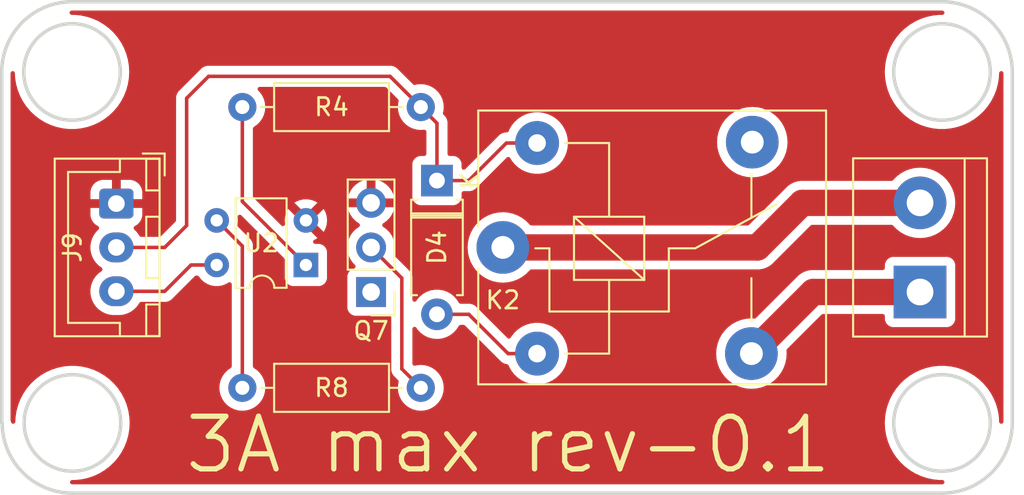
<source format=kicad_pcb>
(kicad_pcb (version 20240108) (generator "pcbnew") (generator_version "8.0")
  (layers (0 "F.Cu" signal) (31 "B.Cu" signal) (34 "B.Paste" user) (35 "F.Paste" user) (36 "B.SilkS" user "B.Silkscreen") (37 "F.SilkS" user "F.Silkscreen") (38 "B.Mask" user) (39 "F.Mask" user) (44 "Edge.Cuts" user))
  (net 0 "")
  (net 1 "Net-(D4-K)")
  (net 2 "Net-(D4-A)")
  (net 3 "Net-(J1-RIGHT_LIGHT_OUTPUT2-Pin_1)")
  (net 4 "Net-(J1-RIGHT_LIGHT_OUTPUT2-Pin_2)")
  (net 5 "Net-(J9-Pin_3)")
  (net 6 "GNDREF")
  (net 7 "Net-(Q7-B)")
  (net 8 "Net-(U2-A)")
  (net 9 "Net-(R8-Pad2)")
  (footprint "Diode_THT:D_A-405_P7.62mm_Horizontal" (layer "F.Cu") (at 107.75 86.44 -90)
    (property "Reference" "D4" (at 3.81 0 90) (layer "F.SilkS"))
    (property "Value" "D")
    (fp_line (start 1.09 1.47) (end 6.53 1.47) (stroke (width 0.12)) (layer "F.SilkS"))
    (fp_line (start 6.53 1.47) (end 6.53 1.14) (stroke (width 0.12)) (layer "F.SilkS"))
    (fp_line (start 1.09 1.14) (end 1.09 1.47) (stroke (width 0.12)) (layer "F.SilkS"))
    (fp_line (start 1.09 -1.14) (end 1.09 -1.47) (stroke (width 0.12)) (layer "F.SilkS"))
    (fp_line (start 1.09 -1.47) (end 6.53 -1.47) (stroke (width 0.12)) (layer "F.SilkS"))
    (fp_line (start 1.87 -1.47) (end 1.87 1.47) (stroke (width 0.12)) (layer "F.SilkS"))
    (fp_line (start 1.99 -1.47) (end 1.99 1.47) (stroke (width 0.12)) (layer "F.SilkS"))
    (fp_line (start 2.11 -1.47) (end 2.11 1.47) (stroke (width 0.12)) (layer "F.SilkS"))
    (fp_line (start 6.53 -1.47) (end 6.53 -1.14) (stroke (width 0.12)) (layer "F.SilkS"))
    (fp_text user "K" (at 0 -1.9 90) (layer "F.SilkS"))
    (pad "1" thru_hole rect (at 0 0 270) (size 1.8 1.8) (drill 0.9) (layers "*.Cu" "*.Mask") (net 1 "Net-(D4-K)"))
    (pad "2" thru_hole oval (at 7.62 0 270) (size 1.8 1.8) (drill 0.9) (layers "*.Cu" "*.Mask") (net 2 "Net-(D4-A)"))
  )
  (footprint "Connector_JST:JST_XH_B3B-XH-A_1x03_P2.50mm_Vertical" (layer "F.Cu") (at 89.5 87.75 -90)
    (property "Reference" "J9" (at 2.5 2.5 90) (layer "F.SilkS"))
    (property "Value" "Conn_01x03")
    (fp_line (start -2.56 3.51) (end 7.56 3.51) (stroke (width 0.12)) (layer "F.SilkS"))
    (fp_line (start 7.56 3.51) (end 7.56 -2.46) (stroke (width 0.12)) (layer "F.SilkS"))
    (fp_line (start -1.8 2.75) (end 2.5 2.75) (stroke (width 0.12)) (layer "F.SilkS"))
    (fp_line (start 6.8 2.75) (end 2.5 2.75) (stroke (width 0.12)) (layer "F.SilkS"))
    (fp_line (start -2.55 -0.2) (end -1.8 -0.2) (stroke (width 0.12)) (layer "F.SilkS"))
    (fp_line (start -1.8 -0.2) (end -1.8 2.75) (stroke (width 0.12)) (layer "F.SilkS"))
    (fp_line (start 6.8 -0.2) (end 6.8 2.75) (stroke (width 0.12)) (layer "F.SilkS"))
    (fp_line (start 7.55 -0.2) (end 6.8 -0.2) (stroke (width 0.12)) (layer "F.SilkS"))
    (fp_line (start -2.55 -1.7) (end -0.75 -1.7) (stroke (width 0.12)) (layer "F.SilkS"))
    (fp_line (start -0.75 -1.7) (end -0.75 -2.45) (stroke (width 0.12)) (layer "F.SilkS"))
    (fp_line (start 0.75 -1.7) (end 4.25 -1.7) (stroke (width 0.12)) (layer "F.SilkS"))
    (fp_line (start 4.25 -1.7) (end 4.25 -2.45) (stroke (width 0.12)) (layer "F.SilkS"))
    (fp_line (start 5.75 -1.7) (end 7.55 -1.7) (stroke (width 0.12)) (layer "F.SilkS"))
    (fp_line (start 7.55 -1.7) (end 7.55 -2.45) (stroke (width 0.12)) (layer "F.SilkS"))
    (fp_line (start -2.55 -2.45) (end -2.55 -1.7) (stroke (width 0.12)) (layer "F.SilkS"))
    (fp_line (start -0.75 -2.45) (end -2.55 -2.45) (stroke (width 0.12)) (layer "F.SilkS"))
    (fp_line (start 0.75 -2.45) (end 0.75 -1.7) (stroke (width 0.12)) (layer "F.SilkS"))
    (fp_line (start 4.25 -2.45) (end 0.75 -2.45) (stroke (width 0.12)) (layer "F.SilkS"))
    (fp_line (start 5.75 -2.45) (end 5.75 -1.7) (stroke (width 0.12)) (layer "F.SilkS"))
    (fp_line (start 7.55 -2.45) (end 5.75 -2.45) (stroke (width 0.12)) (layer "F.SilkS"))
    (fp_line (start -2.56 -2.46) (end -2.56 3.51) (stroke (width 0.12)) (layer "F.SilkS"))
    (fp_line (start 7.56 -2.46) (end -2.56 -2.46) (stroke (width 0.12)) (layer "F.SilkS"))
    (fp_line (start -2.85 -2.75) (end -2.85 -1.5) (stroke (width 0.12)) (layer "F.SilkS"))
    (fp_line (start -1.6 -2.75) (end -2.85 -2.75) (stroke (width 0.12)) (layer "F.SilkS"))
    (pad "1" thru_hole roundrect (at 0 0 270) (size 1.7 1.95) (drill 0.95) (layers "*.Cu" "*.Mask") (roundrect_rratio 0.147059) (net 6 "GNDREF"))
    (pad "2" thru_hole oval (at 2.5 0 270) (size 1.7 1.95) (drill 0.95) (layers "*.Cu" "*.Mask") (net 1 "Net-(D4-K)"))
    (pad "3" thru_hole oval (at 5 0 270) (size 1.7 1.95) (drill 0.95) (layers "*.Cu" "*.Mask") (net 5 "Net-(J9-Pin_3)"))
  )
  (footprint "Relay_THT:Relay_SPDT_SANYOU_SRD_Series_Form_C" (layer "F.Cu") (at 111.5 90.25)
    (property "Reference" "K2" (at 0 3 0) (layer "F.SilkS"))
    (property "Value" "SANYOU_SRD_Form_A")
    (fp_line (start -1.4 -7.8) (end -1.4 -1.2) (stroke (width 0.12)) (layer "F.SilkS"))
    (fp_line (start -1.4 -7.8) (end 18.4 -7.8) (stroke (width 0.12)) (layer "F.SilkS"))
    (fp_line (start -1.4 1.2) (end -1.4 7.8) (stroke (width 0.12)) (layer "F.SilkS"))
    (fp_line (start 2.65 0.05) (end 1.85 0.05) (stroke (width 0.12)) (layer "F.SilkS"))
    (fp_line (start 2.65 0.05) (end 2.65 3.65) (stroke (width 0.12)) (layer "F.SilkS"))
    (fp_line (start 3.55 6.05) (end 6.05 6.05) (stroke (width 0.12)) (layer "F.SilkS"))
    (fp_line (start 4.05 -1.75) (end 8.05 -1.75) (stroke (width 0.12)) (layer "F.SilkS"))
    (fp_line (start 4.05 1.85) (end 4.05 -1.75) (stroke (width 0.12)) (layer "F.SilkS"))
    (fp_line (start 6.05 -5.95) (end 3.55 -5.95) (stroke (width 0.12)) (layer "F.SilkS"))
    (fp_line (start 6.05 -5.95) (end 6.05 -1.75) (stroke (width 0.12)) (layer "F.SilkS"))
    (fp_line (start 6.05 1.85) (end 6.05 6.05) (stroke (width 0.12)) (layer "F.SilkS"))
    (fp_line (start 8.05 -1.75) (end 8.05 1.85) (stroke (width 0.12)) (layer "F.SilkS"))
    (fp_line (start 8.05 1.85) (end 4.05 -1.75) (stroke (width 0.12)) (layer "F.SilkS"))
    (fp_line (start 8.05 1.85) (end 4.05 1.85) (stroke (width 0.12)) (layer "F.SilkS"))
    (fp_line (start 9.45 0.05) (end 9.45 3.65) (stroke (width 0.12)) (layer "F.SilkS"))
    (fp_line (start 9.45 0.05) (end 10.95 0.05) (stroke (width 0.12)) (layer "F.SilkS"))
    (fp_line (start 9.45 3.65) (end 2.65 3.65) (stroke (width 0.12)) (layer "F.SilkS"))
    (fp_line (start 10.95 0.05) (end 15.55 -2.45) (stroke (width 0.12)) (layer "F.SilkS"))
    (fp_line (start 14.15 -4.2) (end 14.15 -1.7) (stroke (width 0.12)) (layer "F.SilkS"))
    (fp_line (start 14.15 4.2) (end 14.15 1.75) (stroke (width 0.12)) (layer "F.SilkS"))
    (fp_line (start 18.4 -7.8) (end 18.4 7.8) (stroke (width 0.12)) (layer "F.SilkS"))
    (fp_line (start 18.4 7.8) (end -1.4 7.8) (stroke (width 0.12)) (layer "F.SilkS"))
    (pad "1" thru_hole circle (at 0 0 90) (size 3 3) (drill 1.3) (layers "*.Cu" "*.Mask") (net 4 "Net-(J1-RIGHT_LIGHT_OUTPUT2-Pin_2)"))
    (pad "2" thru_hole circle (at 1.95 6.05 90) (size 2.5 2.5) (drill 1) (layers "*.Cu" "*.Mask") (net 2 "Net-(D4-A)"))
    (pad "3" thru_hole circle (at 14.15 6.05 90) (size 3 3) (drill 1.3) (layers "*.Cu" "*.Mask") (net 3 "Net-(J1-RIGHT_LIGHT_OUTPUT2-Pin_1)"))
    (pad "4" thru_hole circle (at 14.2 -6 90) (size 3 3) (drill 1.3) (layers "*.Cu" "*.Mask"))
    (pad "5" thru_hole circle (at 1.95 -5.95 90) (size 2.5 2.5) (drill 1) (layers "*.Cu" "*.Mask") (net 1 "Net-(D4-K)"))
  )
  (footprint "Diode_THT:Diode_Bridge_DIP-4_W5.08mm_P2.54mm" (layer "F.Cu") (at 100.29 91.25 180)
    (property "Reference" "U2" (at 2.54 1.25 180) (layer "F.SilkS"))
    (property "Value" "NSL-32")
    (fp_line (start 4 3.8) (end 4 -1.3) (stroke (width 0.12)) (layer "F.SilkS"))
    (fp_line (start 4 -1.3) (end 3.2 -1.3) (stroke (width 0.12)) (layer "F.SilkS"))
    (fp_line (start 1.8 -1.3) (end 1.1 -1.3) (stroke (width 0.12)) (layer "F.SilkS"))
    (fp_line (start 1.1 3.8) (end 4 3.8) (stroke (width 0.12)) (layer "F.SilkS"))
    (fp_line (start 1.1 -1.3) (end 1.1 3.8) (stroke (width 0.12)) (layer "F.SilkS"))
    (fp_arc (start 3.2 -1.3) (mid 2.5 -0.6) (end 1.8 -1.3) (stroke (width 0.12)) (layer "F.SilkS"))
    (pad "1" thru_hole rect (at 0 0 180) (size 1.4 1.4) (drill 0.7) (layers "*.Cu" "*.Mask") (net 8 "Net-(U2-A)"))
    (pad "2" thru_hole circle (at 0 2.54 180) (size 1.4 1.4) (drill 0.7) (layers "*.Cu" "*.Mask") (net 6 "GNDREF"))
    (pad "3" thru_hole circle (at 5.08 2.54 180) (size 1.4 1.4) (drill 0.7) (layers "*.Cu" "*.Mask") (net 9 "Net-(R8-Pad2)"))
    (pad "4" thru_hole circle (at 5.08 0 180) (size 1.4 1.4) (drill 0.7) (layers "*.Cu" "*.Mask") (net 5 "Net-(J9-Pin_3)"))
  )
  (footprint "Resistor_THT:R_Axial_DIN0207_L6.3mm_D2.5mm_P10.16mm_Horizontal" (layer "F.Cu") (at 106.83 98.25 180)
    (property "Reference" "R8" (at 5.08 0 180) (layer "F.SilkS"))
    (property "Value" "220Ω")
    (fp_line (start 9.12 0) (end 8.35 0) (stroke (width 0.12)) (layer "F.SilkS"))
    (fp_line (start 8.35 1.37) (end 8.35 -1.37) (stroke (width 0.12)) (layer "F.SilkS"))
    (fp_line (start 8.35 -1.37) (end 1.81 -1.37) (stroke (width 0.12)) (layer "F.SilkS"))
    (fp_line (start 1.81 1.37) (end 8.35 1.37) (stroke (width 0.12)) (layer "F.SilkS"))
    (fp_line (start 1.81 -1.37) (end 1.81 1.37) (stroke (width 0.12)) (layer "F.SilkS"))
    (fp_line (start 1.04 0) (end 1.81 0) (stroke (width 0.12)) (layer "F.SilkS"))
    (pad "1" thru_hole circle (at 0 0 180) (size 1.6 1.6) (drill 0.8) (layers "*.Cu" "*.Mask") (net 7 "Net-(Q7-B)"))
    (pad "2" thru_hole oval (at 10.16 0 180) (size 1.6 1.6) (drill 0.8) (layers "*.Cu" "*.Mask") (net 9 "Net-(R8-Pad2)"))
  )
  (footprint "TerminalBlock:TerminalBlock_bornier-2_P5.08mm" (layer "F.Cu") (at 135.25 92.79 90)
    (property "Reference" "J1-RIGHT_LIGHT_OUTPUT2" (hide yes))
    (property "Value" "Conn_01x02")
    (fp_line (start 7.62 -3.81) (end -2.54 -3.81) (stroke (width 0.12)) (layer "F.SilkS"))
    (fp_line (start -2.54 -3.81) (end -2.54 3.81) (stroke (width 0.12)) (layer "F.SilkS"))
    (fp_line (start 7.62 2.54) (end -2.54 2.54) (stroke (width 0.12)) (layer "F.SilkS"))
    (fp_line (start 7.62 3.81) (end 7.62 -3.81) (stroke (width 0.12)) (layer "F.SilkS"))
    (fp_line (start -2.54 3.81) (end 7.62 3.81) (stroke (width 0.12)) (layer "F.SilkS"))
    (pad "1" thru_hole rect (at 0 0 90) (size 3 3) (drill 1.52) (layers "*.Cu" "*.Mask") (net 3 "Net-(J1-RIGHT_LIGHT_OUTPUT2-Pin_1)"))
    (pad "2" thru_hole circle (at 5.08 0 90) (size 3 3) (drill 1.52) (layers "*.Cu" "*.Mask") (net 4 "Net-(J1-RIGHT_LIGHT_OUTPUT2-Pin_2)"))
  )
  (footprint "Connector_PinHeader_2.54mm:PinHeader_1x03_P2.54mm_Vertical" (layer "F.Cu") (at 104 92.79 180)
    (property "Reference" "Q7" (at 0 -2.21 180) (layer "F.SilkS"))
    (property "Value" "S9018")
    (fp_line (start 1.33 1.27) (end 1.33 6.41) (stroke (width 0.12)) (layer "F.SilkS"))
    (fp_line (start -1.33 6.41) (end 1.33 6.41) (stroke (width 0.12)) (layer "F.SilkS"))
    (fp_line (start -1.33 1.27) (end 1.33 1.27) (stroke (width 0.12)) (layer "F.SilkS"))
    (fp_line (start -1.33 1.27) (end -1.33 6.41) (stroke (width 0.12)) (layer "F.SilkS"))
    (fp_line (start -1.33 0) (end -1.33 -1.33) (stroke (width 0.12)) (layer "F.SilkS"))
    (fp_line (start -1.33 -1.33) (end 0 -1.33) (stroke (width 0.12)) (layer "F.SilkS"))
    (pad "1" thru_hole rect (at 0 0 180) (size 1.7 1.7) (drill 1) (layers "*.Cu" "*.Mask") (net 2 "Net-(D4-A)"))
    (pad "2" thru_hole oval (at 0 2.54 180) (size 1.7 1.7) (drill 1) (layers "*.Cu" "*.Mask") (net 7 "Net-(Q7-B)"))
    (pad "3" thru_hole oval (at 0 5.08 180) (size 1.7 1.7) (drill 1) (layers "*.Cu" "*.Mask") (net 6 "GNDREF"))
  )
  (footprint "Resistor_THT:R_Axial_DIN0207_L6.3mm_D2.5mm_P10.16mm_Horizontal" (layer "F.Cu") (at 96.67 82.25)
    (property "Reference" "R4" (at 5.08 0 0) (layer "F.SilkS"))
    (property "Value" "220Ω")
    (fp_line (start 1.04 0) (end 1.81 0) (stroke (width 0.12)) (layer "F.SilkS"))
    (fp_line (start 1.81 -1.37) (end 1.81 1.37) (stroke (width 0.12)) (layer "F.SilkS"))
    (fp_line (start 1.81 1.37) (end 8.35 1.37) (stroke (width 0.12)) (layer "F.SilkS"))
    (fp_line (start 8.35 -1.37) (end 1.81 -1.37) (stroke (width 0.12)) (layer "F.SilkS"))
    (fp_line (start 8.35 1.37) (end 8.35 -1.37) (stroke (width 0.12)) (layer "F.SilkS"))
    (fp_line (start 9.12 0) (end 8.35 0) (stroke (width 0.12)) (layer "F.SilkS"))
    (pad "1" thru_hole circle (at 0 0) (size 1.6 1.6) (drill 0.8) (layers "*.Cu" "*.Mask") (net 8 "Net-(U2-A)"))
    (pad "2" thru_hole oval (at 10.16 0) (size 1.6 1.6) (drill 0.8) (layers "*.Cu" "*.Mask") (net 1 "Net-(D4-K)"))
  )
  (gr_line (start 140.5 80.25) (end 140.5 100.25) (stroke (width 0.2)) (layer "Edge.Cuts"))
  (gr_arc (start 87 104.25) (mid 84.171573 103.078427) (end 83 100.25) (stroke (width 0.2)) (layer "Edge.Cuts"))
  (gr_line (start 87 104.25) (end 136.5 104.25) (stroke (width 0.2)) (layer "Edge.Cuts"))
  (gr_circle (center 87 100.25) (end 89.75 100.25) (stroke (width 0.2)) (fill none) (layer "Edge.Cuts"))
  (gr_line (start 87 76.25) (end 136.5 76.25) (stroke (width 0.2)) (layer "Edge.Cuts"))
  (gr_circle (center 86.975 80.25) (end 89.725 80.25) (stroke (width 0.2)) (fill none) (layer "Edge.Cuts"))
  (gr_arc (start 82.975 80.25) (mid 84.146573 77.421573) (end 86.975 76.25) (stroke (width 0.2)) (layer "Edge.Cuts"))
  (gr_circle (center 136.5 80.25) (end 139.25 80.25) (stroke (width 0.2)) (fill none) (layer "Edge.Cuts"))
  (gr_arc (start 140.5 100.25) (mid 139.328427 103.078427) (end 136.5 104.25) (stroke (width 0.2)) (layer "Edge.Cuts"))
  (gr_arc (start 136.5 76.25) (mid 139.328427 77.421573) (end 140.5 80.25) (stroke (width 0.2)) (layer "Edge.Cuts"))
  (gr_circle (center 136.5 100.25) (end 139.25 100.25) (stroke (width 0.2)) (fill none) (layer "Edge.Cuts"))
  (gr_line (start 82.975 80.25) (end 82.975 100.25) (stroke (width 0.2)) (layer "Edge.Cuts"))
  (gr_text "3A max rev-0.1" (at 93.25 103.25 0) (layer "F.SilkS") (effects (font (size 3 3) (thickness 0.3) (bold yes)) (justify left bottom)))
  (segment (start 105.08 80.5) (end 94.75 80.5) (width 0.2) (layer "F.Cu") (net 1))
  (segment (start 107.75 86.44) (end 109.56 86.44) (width 0.2) (layer "F.Cu") (net 1))
  (segment (start 93.5 81.75) (end 93.5 89) (width 0.2) (layer "F.Cu") (net 1))
  (segment (start 107.75 86.44) (end 107.75 83.17) (width 0.2) (layer "F.Cu") (net 1))
  (segment (start 94.75 80.5) (end 93.5 81.75) (width 0.2) (layer "F.Cu") (net 1))
  (segment (start 107.75 83.17) (end 106.83 82.25) (width 0.2) (layer "F.Cu") (net 1))
  (segment (start 106.83 82.25) (end 105.08 80.5) (width 0.2) (layer "F.Cu") (net 1))
  (segment (start 93.5 89) (end 92.25 90.25) (width 0.2) (layer "F.Cu") (net 1))
  (segment (start 109.56 86.44) (end 111.7 84.3) (width 0.2) (layer "F.Cu") (net 1))
  (segment (start 111.7 84.3) (end 113.45 84.3) (width 0.2) (layer "F.Cu") (net 1))
  (segment (start 92.25 90.25) (end 89.5 90.25) (width 0.2) (layer "F.Cu") (net 1))
  (segment (start 111.8 96.3) (end 109.56 94.06) (width 0.2) (layer "F.Cu") (net 2))
  (segment (start 109.56 94.06) (end 107.75 94.06) (width 0.2) (layer "F.Cu") (net 2))
  (segment (start 113.45 96.3) (end 111.8 96.3) (width 0.2) (layer "F.Cu") (net 2))
  (segment (start 129.16 92.79) (end 125.65 96.3) (width 1.5) (layer "F.Cu") (net 3))
  (segment (start 135.25 92.79) (end 129.16 92.79) (width 1.5) (layer "F.Cu") (net 3))
  (segment (start 126 90.25) (end 128.54 87.71) (width 1.5) (layer "F.Cu") (net 4))
  (segment (start 128.54 87.71) (end 135.25 87.71) (width 1.5) (layer "F.Cu") (net 4))
  (segment (start 111.5 90.25) (end 126 90.25) (width 1.5) (layer "F.Cu") (net 4))
  (segment (start 93.75 91.25) (end 92.25 92.75) (width 0.2) (layer "F.Cu") (net 5))
  (segment (start 95.21 91.25) (end 93.75 91.25) (width 0.2) (layer "F.Cu") (net 5))
  (segment (start 92.25 92.75) (end 89.5 92.75) (width 0.2) (layer "F.Cu") (net 5))
  (segment (start 105.75 92) (end 104 90.25) (width 0.2) (layer "F.Cu") (net 7))
  (segment (start 106.83 98.25) (end 105.75 97.17) (width 0.2) (layer "F.Cu") (net 7))
  (segment (start 105.75 97.17) (end 105.75 92) (width 0.2) (layer "F.Cu") (net 7))
  (segment (start 100.29 91.25) (end 96.67 87.63) (width 0.2) (layer "F.Cu") (net 8))
  (segment (start 96.67 87.63) (end 96.67 82.25) (width 0.2) (layer "F.Cu") (net 8))
  (segment (start 96.67 90.17) (end 96.67 98.25) (width 0.2) (layer "F.Cu") (net 9))
  (segment (start 95.21 88.71) (end 96.67 90.17) (width 0.2) (layer "F.Cu") (net 9))
  (zone (net 6) (net_name "GNDREF") (layer "F.Cu") (connect_pads (clearance 0.5)) (min_thickness 0.25) (fill yes (thermal_gap 0.5) (thermal_bridge_width 0.5))
    (polygon (pts (xy 83 76.25) (xy 140.5 76.25) (xy 140.5 104.25) (xy 83 104.25)))
  )
)
</source>
